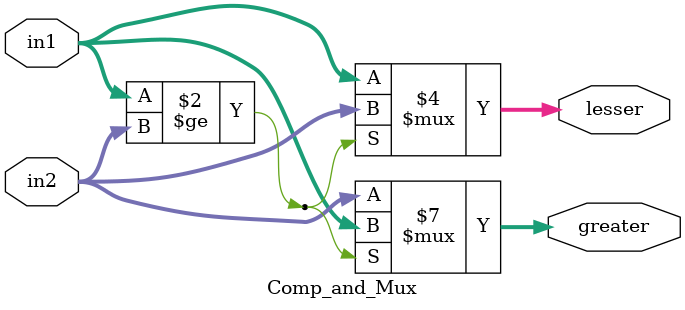
<source format=sv>
module CT(
    input [3:0] in_n0, in_n1, in_n2, in_n3, in_n4, in_n5,
	input [4:0] opcode,
	output reg [8:0] out_n
);

	wire [4:0] value_0, value_1, value_2, value_3, value_4, value_5;
	wire [4:0] sorted_0, sorted_1, sorted_2, sorted_3, sorted_4, sorted_5;
	reg [4:0] opvalue_0, opvalue_1, opvalue_2, opvalue_3, opvalue_4, opvalue_5;
	reg [7:0] average;

	//---------------------------------------------------------------------
	//   Your design                        
	//---------------------------------------------------------------------
	register_file val0 (.address(in_n0), .value(value_0));
	register_file val1 (.address(in_n1), .value(value_1));
	register_file val2 (.address(in_n2), .value(value_2));
	register_file val3 (.address(in_n3), .value(value_3));
	register_file val4 (.address(in_n4), .value(value_4));
	register_file val5 (.address(in_n5), .value(value_5));
	
	Sort LeftLargest(value_0, value_1, value_2, value_3, value_4, value_5, {sorted_5, sorted_4, sorted_3, sorted_2, sorted_1, sorted_0});
	
	always@*begin
		out_n = 0;
		case(opcode[4:3])
		2'b11: {opvalue_0, opvalue_1, opvalue_2, opvalue_3, opvalue_4, opvalue_5} = {sorted_0, sorted_1, sorted_2, sorted_3, sorted_4, sorted_5};
		2'b10: {opvalue_0, opvalue_1, opvalue_2, opvalue_3, opvalue_4, opvalue_5} = {sorted_5, sorted_4, sorted_3, sorted_2, sorted_1, sorted_0};
		2'b01: {opvalue_0, opvalue_1, opvalue_2, opvalue_3, opvalue_4, opvalue_5} = {value_5, value_4, value_3, value_2, value_1, value_0};
		2'b00: {opvalue_0, opvalue_1, opvalue_2, opvalue_3, opvalue_4, opvalue_5} = {value_0, value_1, value_2, value_3, value_4, value_5};
		endcase
		
		case(opcode[2:0])
		3'b000: begin
			average = ((value_0 + value_1 + value_2 + value_3 + value_4 + value_5) / 6);
			if (opvalue_0 >= average) out_n = out_n + 1;
			if (opvalue_1 >= average) out_n = out_n + 1;
			if (opvalue_2 >= average) out_n = out_n + 1;
			if (opvalue_3 >= average) out_n = out_n + 1;
			if (opvalue_4 >= average) out_n = out_n + 1;
			if (opvalue_5 >= average) out_n = out_n + 1;
		end
		3'b001: out_n = opvalue_0 + opvalue_5;
		3'b010: out_n = (opvalue_3 * opvalue_4) / 2;
		3'b011: out_n = opvalue_0 + (opvalue_2 * 2);
		3'b100: out_n = opvalue_1 & opvalue_2;
		3'b101: out_n = ~opvalue_0;
		3'b110: out_n = opvalue_3 ^ opvalue_4;
		3'b111: out_n = opvalue_1 << 1;
		endcase
	end

endmodule

//---------------------------------------------------------------------
//   Register design from TA (Do not modify, or demo fails)
//---------------------------------------------------------------------
module register_file(
    address,
    value
);
input [3:0] address;
output logic [4:0] value;

always_comb begin
    case(address)
    4'b0000:value = 5'd9;
    4'b0001:value = 5'd27;
    4'b0010:value = 5'd30;
    4'b0011:value = 5'd3;
    4'b0100:value = 5'd11;
    4'b0101:value = 5'd8;
    4'b0110:value = 5'd26;
    4'b0111:value = 5'd17;
    4'b1000:value = 5'd3;
    4'b1001:value = 5'd12;
    4'b1010:value = 5'd1;
    4'b1011:value = 5'd10;
    4'b1100:value = 5'd15;
    4'b1101:value = 5'd5;
    4'b1110:value = 5'd23;
    4'b1111:value = 5'd20;
    default: value = 0;
    endcase
end

endmodule

module Sort(
    input  [4:0] in_num0, in_num1, in_num2, in_num3, in_num4, in_num5,
	output [29:0] out_num 
);

  wire [4:0] No1_lesser,No1_greater;
  wire [4:0] No2_lesser,No2_greater;
  wire [4:0] No3_lesser,No3_greater;
  wire [4:0] No4_lesser,No4_greater;
  wire [4:0] No5_lesser,No5_greater;
  wire [4:0] No6_lesser,No6_greater;
  wire [4:0] No7_lesser,No7_greater;
  wire [4:0] No8_lesser,No8_greater;
  wire [4:0] No9_lesser,No9_greater;
  wire [4:0] No10_lesser,No10_greater;
  wire [4:0] No11_lesser,No11_greater;
  wire [4:0] No12_lesser,No12_greater;
  wire [4:0] No13_lesser,No13_greater;
  wire [4:0] No14_lesser,No14_greater;
  wire [4:0] No15_lesser,No15_greater;

  Comp_and_Mux No1(in_num0,in_num1,No1_lesser,No1_greater);
  Comp_and_Mux No2(in_num2,in_num3,No2_lesser,No2_greater);
  Comp_and_Mux No3(No1_greater,No2_lesser,No3_lesser,No3_greater);
  Comp_and_Mux No4(No2_greater,in_num4,No4_lesser,No4_greater);
  Comp_and_Mux No5(No1_lesser,No3_lesser,No5_lesser,No5_greater);
  Comp_and_Mux No6(No3_greater,No4_lesser,No6_lesser,No6_greater);
  Comp_and_Mux No7(No5_greater,No6_lesser,No7_lesser,No7_greater);
  Comp_and_Mux No8(No6_greater,No4_greater,No8_lesser,No8_greater);
  Comp_and_Mux No9(No5_lesser,No7_lesser,No9_lesser,No9_greater);
  Comp_and_Mux No10(No7_greater,No8_lesser,No10_lesser,No10_greater);
  Comp_and_Mux No11(in_num5,No9_lesser,No11_lesser,No11_greater);
  Comp_and_Mux No12(No11_greater,No9_greater,No12_lesser,No12_greater);
  Comp_and_Mux No13(No12_greater,No10_lesser,No13_lesser,No13_greater);
  Comp_and_Mux No14(No13_greater,No10_greater,No14_lesser,No14_greater);
  Comp_and_Mux No15(No14_greater,No8_greater,No15_lesser,No15_greater);
  
  assign out_num [4:0] = No11_lesser;
  assign out_num [9:5] = No12_lesser;
  assign out_num [14:10] = No13_lesser;
  assign out_num [19:15] = No14_lesser;
  assign out_num [24:20] = No15_lesser;
  assign out_num [29:25] = No15_greater;

endmodule

module Comp_and_Mux(
  input [4:0] in1, in2,
  output reg [4:0]  lesser,
  output reg [4:0]  greater
);
  always@* begin
    if (in1 >= in2) begin 
      greater = in1;
      lesser = in2;
    end 
    else begin
      greater = in2;
      lesser = in1;
    end
  end
endmodule
</source>
